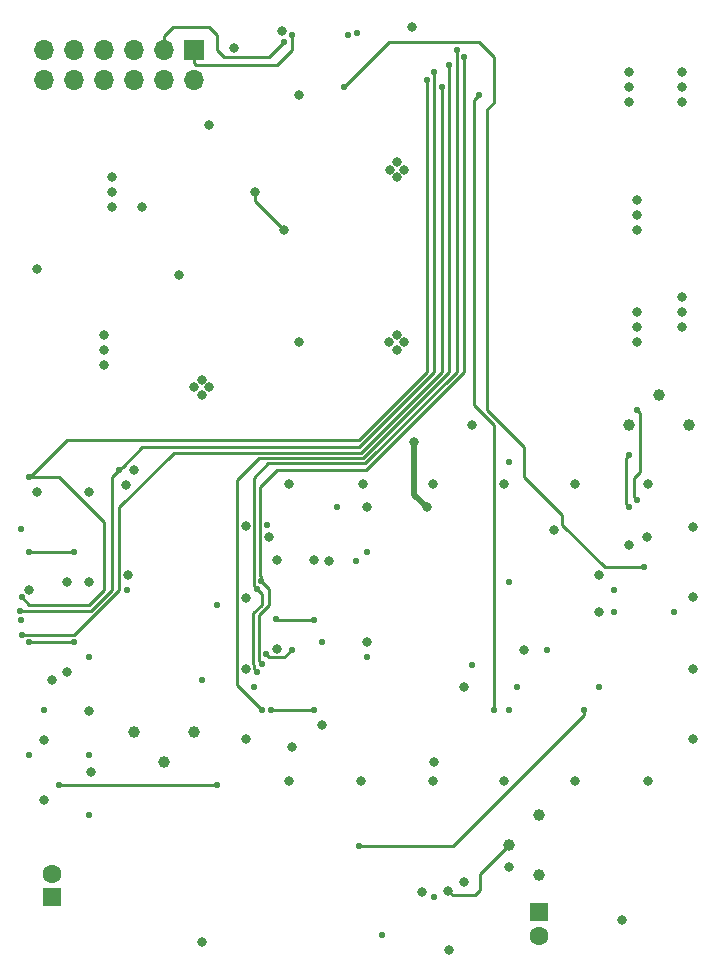
<source format=gbr>
%TF.GenerationSoftware,KiCad,Pcbnew,(5.1.5)-3*%
%TF.CreationDate,2020-10-12T14:57:23+02:00*%
%TF.ProjectId,PmodADC,506d6f64-4144-4432-9e6b-696361645f70,rev?*%
%TF.SameCoordinates,Original*%
%TF.FileFunction,Copper,L4,Bot*%
%TF.FilePolarity,Positive*%
%FSLAX46Y46*%
G04 Gerber Fmt 4.6, Leading zero omitted, Abs format (unit mm)*
G04 Created by KiCad (PCBNEW (5.1.5)-3) date 2020-10-12 14:57:23*
%MOMM*%
%LPD*%
G04 APERTURE LIST*
%TA.AperFunction,ComponentPad*%
%ADD10C,1.600000*%
%TD*%
%TA.AperFunction,ComponentPad*%
%ADD11R,1.600000X1.600000*%
%TD*%
%TA.AperFunction,ComponentPad*%
%ADD12O,1.700000X1.700000*%
%TD*%
%TA.AperFunction,ComponentPad*%
%ADD13R,1.700000X1.700000*%
%TD*%
%TA.AperFunction,ComponentPad*%
%ADD14C,1.000000*%
%TD*%
%TA.AperFunction,ViaPad*%
%ADD15C,0.800000*%
%TD*%
%TA.AperFunction,ViaPad*%
%ADD16C,0.550000*%
%TD*%
%TA.AperFunction,Conductor*%
%ADD17C,0.500000*%
%TD*%
%TA.AperFunction,Conductor*%
%ADD18C,0.250000*%
%TD*%
G04 APERTURE END LIST*
D10*
%TO.P,C37,2*%
%TO.N,Net-(C37-Pad2)*%
X-29210000Y55975000D03*
D11*
%TO.P,C37,1*%
%TO.N,Net-(C37-Pad1)*%
X-29210000Y53975000D03*
%TD*%
D10*
%TO.P,C27,2*%
%TO.N,Net-(C27-Pad2)*%
X12065000Y50705000D03*
D11*
%TO.P,C27,1*%
%TO.N,Net-(C27-Pad1)*%
X12065000Y52705000D03*
%TD*%
D12*
%TO.P,J3,12*%
%TO.N,GND*%
X-29845000Y123190000D03*
%TO.P,J3,11*%
X-29845000Y125730000D03*
%TO.P,J3,10*%
%TO.N,+3V3*%
X-27305000Y123190000D03*
%TO.P,J3,9*%
X-27305000Y125730000D03*
%TO.P,J3,8*%
%TO.N,/COMP_3V*%
X-24765000Y123190000D03*
%TO.P,J3,7*%
%TO.N,/S&H_3V*%
X-24765000Y125730000D03*
%TO.P,J3,6*%
%TO.N,/DAC_S_3V*%
X-22225000Y123190000D03*
%TO.P,J3,5*%
%TO.N,/ADC_S_3V*%
X-22225000Y125730000D03*
%TO.P,J3,4*%
%TO.N,/DAC_C_3V*%
X-19685000Y123190000D03*
%TO.P,J3,3*%
%TO.N,/ADC_C_3V*%
X-19685000Y125730000D03*
%TO.P,J3,2*%
%TO.N,/DAC_L_3V*%
X-17145000Y123190000D03*
D13*
%TO.P,J3,1*%
%TO.N,/ADC_L_3V*%
X-17145000Y125730000D03*
%TD*%
D14*
%TO.P,RV3,3*%
%TO.N,GND*%
X-17145000Y67945000D03*
%TO.P,RV3,1*%
%TO.N,Net-(C37-Pad2)*%
X-22225000Y67945000D03*
%TO.P,RV3,2*%
%TO.N,Net-(RV3-Pad2)*%
X-19685000Y65405000D03*
%TD*%
%TO.P,RV2,3*%
%TO.N,+9V*%
X19685000Y93980000D03*
%TO.P,RV2,1*%
%TO.N,Net-(R65-Pad2)*%
X24765000Y93980000D03*
%TO.P,RV2,2*%
%TO.N,Net-(RV2-Pad2)*%
X22225000Y96520000D03*
%TD*%
%TO.P,RV1,3*%
%TO.N,N/C*%
X12065000Y55880000D03*
%TO.P,RV1,1*%
%TO.N,Net-(R37-Pad2)*%
X12065000Y60960000D03*
%TO.P,RV1,2*%
%TO.N,Net-(R38-Pad1)*%
X9525000Y58420000D03*
%TD*%
D15*
%TO.N,GND*%
X-26035000Y88265000D03*
X-24130000Y112395000D03*
X-24130000Y113665000D03*
X-24130000Y114935000D03*
X0Y116205000D03*
X0Y114935000D03*
X0Y101600000D03*
X-635000Y100965000D03*
X635000Y100965000D03*
X0Y100330000D03*
X-24765000Y99060000D03*
X-24765000Y100330000D03*
X-24765000Y101600000D03*
X-15875000Y97155000D03*
X-16510000Y97790000D03*
X-17145000Y97155000D03*
X-16510000Y96520000D03*
X-8255000Y100965000D03*
X-18415000Y106680000D03*
X-15875000Y119380000D03*
X-16510000Y50165000D03*
X19050000Y52070000D03*
X4445000Y49530000D03*
X9525000Y56515000D03*
X-29845000Y62230000D03*
X-29845000Y67310000D03*
X-27940000Y73025000D03*
X-26035000Y80645000D03*
D16*
X-31811055Y77473642D03*
X-22860000Y80010000D03*
X-15240000Y78740000D03*
X-16510000Y72390000D03*
X-26035000Y74295000D03*
D15*
X13335000Y85090000D03*
X17145000Y81280000D03*
X17145000Y78105000D03*
X-6985000Y82550000D03*
X-6350000Y68580000D03*
X10795000Y74950019D03*
X2167810Y54417257D03*
X-25892175Y64627175D03*
X-26035000Y69759990D03*
D16*
X-6350000Y75565000D03*
X-2540000Y74295000D03*
X-12065000Y71800011D03*
X-5080000Y86995000D03*
X17145000Y71755000D03*
X9525000Y69850000D03*
D15*
X3175000Y65405000D03*
X6350000Y93980000D03*
X-22225000Y90170000D03*
X-21590000Y112395000D03*
D16*
X6350000Y73660000D03*
X-31806386Y85147159D03*
D15*
X19685000Y83820000D03*
X21135012Y84520447D03*
X-13774840Y125925160D03*
D16*
X-3429000Y82423000D03*
D15*
X24130000Y123825000D03*
X24130000Y122555000D03*
X24130000Y121285000D03*
X24130000Y104775000D03*
X24130000Y103505000D03*
X24130000Y102235000D03*
X-9100000Y89000000D03*
X-2900000Y89000000D03*
X3100000Y89000000D03*
X9100000Y89000000D03*
X15100000Y89000000D03*
X21300000Y89000000D03*
D16*
X-11024978Y85512213D03*
D15*
X-12800000Y85400000D03*
X-12800000Y79300000D03*
X-12800000Y73300000D03*
X-12800000Y67400000D03*
X-9100000Y63800000D03*
X-3000000Y63800000D03*
X3100000Y63800000D03*
X9100000Y63800000D03*
X15100000Y63800000D03*
X21300000Y63800000D03*
X25100000Y67400000D03*
X25100000Y73300000D03*
X25100000Y79400000D03*
X25100000Y85300000D03*
X-8255000Y121920000D03*
X1270000Y127635000D03*
X-9697851Y127336188D03*
X-544990Y115570000D03*
D16*
X-4116077Y126965010D03*
D15*
X635000Y115570000D03*
D16*
%TO.N,+3V3*%
X2540000Y86995000D03*
D15*
X5715000Y71755000D03*
X-30480000Y107190000D03*
X2540000Y86995000D03*
X1465160Y92514840D03*
%TO.N,+5V*%
X-27940000Y80645000D03*
X5715000Y55245000D03*
X-31115000Y80010000D03*
X-29210000Y72390000D03*
X-30480000Y88265000D03*
X19685000Y121285000D03*
X19685000Y122555000D03*
X19685000Y123825000D03*
X-10160000Y82550000D03*
X-5715000Y82444989D03*
X-8890000Y66675000D03*
D16*
X10160000Y71755000D03*
D15*
X-10160000Y75020010D03*
D16*
X-3391202Y127157555D03*
D15*
%TO.N,Net-(C11-Pad1)*%
X-9525000Y110490000D03*
X-11974990Y113665000D03*
%TO.N,+9V*%
X-10795000Y84455000D03*
X20320000Y113030000D03*
X20320000Y111760000D03*
X20320000Y111760000D03*
X20320000Y110490000D03*
D16*
X9525000Y80645000D03*
X3175000Y53975000D03*
X-31115000Y66040000D03*
X-29845000Y69850000D03*
X9525000Y90805000D03*
D15*
%TO.N,-9V*%
X20320000Y103505000D03*
X20320000Y102235000D03*
X20320000Y100965000D03*
D16*
X-26035000Y66040000D03*
X-26035000Y60960000D03*
X-1270000Y50800000D03*
X12700000Y74930000D03*
%TO.N,/S&H*%
X20955000Y81915000D03*
X-4445000Y122555000D03*
%TO.N,/DAC_S*%
X-31750000Y76200000D03*
X3810000Y122555000D03*
%TO.N,/ADC_S*%
X-11430000Y69850000D03*
X4445000Y124460000D03*
%TO.N,/DAC_C*%
X-31750000Y79375000D03*
X-31115000Y89535000D03*
X2540000Y123190000D03*
%TO.N,/ADC_C*%
X-11398972Y73702673D03*
X-11463472Y80736038D03*
X5715000Y125095000D03*
%TO.N,/DAC_L*%
X-31884976Y78220000D03*
X-23495000Y90170000D03*
X3175000Y123825000D03*
%TO.N,/ADC_L*%
X-11824990Y73085399D03*
X-11824990Y80078906D03*
X5080000Y125730000D03*
D15*
%TO.N,Net-(R38-Pad1)*%
X4348500Y54559183D03*
D16*
%TO.N,Net-(R65-Pad2)*%
X19685000Y86995000D03*
X19685000Y91440000D03*
%TO.N,Net-(RV2-Pad2)*%
X20320000Y87630000D03*
X20320000Y95250000D03*
%TO.N,Net-(U1-Pad9)*%
X-11065001Y74565001D03*
X-8891832Y74936341D03*
%TO.N,Net-(U1-Pad15)*%
X-6985000Y69850000D03*
X-10680791Y69815295D03*
%TO.N,Net-(U2-Pad15)*%
X-6985000Y77470000D03*
X-10214437Y77524437D03*
%TO.N,Net-(U12-Pad15)*%
X-31115000Y75565000D03*
X-27305000Y75565000D03*
%TO.N,Net-(U13-Pad15)*%
X-31115000Y83185000D03*
X-27305000Y83185000D03*
%TO.N,Net-(JP2-Pad3)*%
X15875000Y69850000D03*
X-3175000Y58360000D03*
%TO.N,Net-(JP2-Pad1)*%
X18415000Y78105000D03*
X23495000Y78105000D03*
X18415000Y80010000D03*
%TO.N,Net-(JP3-Pad2)*%
X-15240000Y63500000D03*
X-28575000Y63500000D03*
D15*
%TO.N,/Vref_5V*%
X-2540000Y75565000D03*
X-2540000Y86995000D03*
D16*
X-2540000Y83185000D03*
D15*
X-22950010Y88900000D03*
X-22769990Y81280000D03*
D16*
%TO.N,/COMP_3V*%
X8255000Y69850000D03*
X6985000Y121920000D03*
%TO.N,/ADC_C_3V*%
X-9536233Y126389189D03*
%TO.N,/ADC_L_3V*%
X-8890000Y127000000D03*
%TD*%
D17*
%TO.N,+3V3*%
X1465160Y91949155D02*
X1465160Y92514840D01*
X1465160Y88069840D02*
X1465160Y91949155D01*
X2540000Y86995000D02*
X1465160Y88069840D01*
D18*
%TO.N,Net-(C11-Pad1)*%
X-11974990Y112939990D02*
X-11974990Y113665000D01*
X-9525000Y110490000D02*
X-11974990Y112939990D01*
%TO.N,/S&H*%
X17583002Y81915000D02*
X13970000Y85528002D01*
X20955000Y81915000D02*
X17583002Y81915000D01*
X13970000Y85528002D02*
X13970000Y86360000D01*
X13970000Y86360000D02*
X10795000Y89535000D01*
X10795000Y89535000D02*
X10795000Y92075000D01*
X-4445000Y122555000D02*
X-635000Y126365000D01*
X-635000Y126365000D02*
X6985000Y126365000D01*
X8255000Y125095000D02*
X8255000Y121285000D01*
X6985000Y126365000D02*
X8255000Y125095000D01*
X8255000Y121285000D02*
X7620000Y120650000D01*
X7620000Y120650000D02*
X7620000Y95250000D01*
X10795000Y92075000D02*
X9525000Y93345000D01*
X7620000Y95250000D02*
X9525000Y93345000D01*
%TO.N,/DAC_S*%
X-27305000Y76200000D02*
X-31361092Y76200000D01*
X-31361092Y76200000D02*
X-31750000Y76200000D01*
X3810000Y98470102D02*
X-3035113Y91624989D01*
X-23495000Y80010000D02*
X-27305000Y76200000D01*
X3810000Y122555000D02*
X3810000Y98470102D01*
X-23495000Y86995000D02*
X-23495000Y80010000D01*
X-18865011Y91624989D02*
X-23495000Y86995000D01*
X-3035113Y91624989D02*
X-18865011Y91624989D01*
%TO.N,/ADC_S*%
X-13525001Y89344999D02*
X-11695022Y91174978D01*
X4445000Y98468691D02*
X4445000Y124071092D01*
X-13525001Y71945001D02*
X-13525001Y89344999D01*
X-11695022Y91174978D02*
X-2848713Y91174978D01*
X-11430000Y69850000D02*
X-13525001Y71945001D01*
X4445000Y124071092D02*
X4445000Y124460000D01*
X-2848713Y91174978D02*
X4445000Y98468691D01*
%TO.N,/DAC_C*%
X-31115000Y78740000D02*
X-26037820Y78740000D01*
X-31750000Y79375000D02*
X-31115000Y78740000D01*
X-26037820Y78740000D02*
X-24765000Y80012820D01*
X-24765000Y80012820D02*
X-24765000Y85725000D01*
X-31115000Y89535000D02*
X-28575000Y89535000D01*
X-25400000Y86360000D02*
X-24765000Y85725000D01*
X-28575000Y89535000D02*
X-25400000Y86360000D01*
X-27940000Y92710000D02*
X-30840001Y89809999D01*
X2540000Y98472924D02*
X-3222924Y92710000D01*
X-3222924Y92710000D02*
X-27940000Y92710000D01*
X2540000Y123190000D02*
X2540000Y98472924D01*
X-30840001Y89809999D02*
X-31115000Y89535000D01*
%TO.N,/ADC_C*%
X-11673971Y77861029D02*
X-10795000Y78740000D01*
X-10795000Y78740000D02*
X-10795000Y80067566D01*
X-11188473Y80461039D02*
X-11463472Y80736038D01*
X-10795000Y80067566D02*
X-11188473Y80461039D01*
X-11673971Y73977672D02*
X-11673971Y77861029D01*
X-11398972Y73702673D02*
X-11673971Y73977672D01*
X5715000Y125095000D02*
X5715000Y98465869D01*
X-2580869Y90170000D02*
X-10160000Y90170000D01*
X5715000Y98465869D02*
X-2580869Y90170000D01*
X-10160000Y90170000D02*
X-11624988Y88705012D01*
X-11624988Y81286462D02*
X-11463472Y81124946D01*
X-11624988Y88705012D02*
X-11624988Y81286462D01*
X-11463472Y81124946D02*
X-11463472Y80736038D01*
%TO.N,/DAC_L*%
X-31884976Y78220000D02*
X-25921410Y78220000D01*
X-25921410Y78220000D02*
X-24130000Y80011410D01*
X-24130000Y80011410D02*
X-24130000Y89535000D01*
X-24130000Y89535000D02*
X-23495000Y90170000D01*
X-3221513Y92075000D02*
X-21590000Y92075000D01*
X3175000Y98471513D02*
X-3221513Y92075000D01*
X-23220001Y90444999D02*
X-23495000Y90170000D01*
X3175000Y123825000D02*
X3175000Y98471513D01*
X-21590000Y92075000D02*
X-23220001Y90444999D01*
%TO.N,/ADC_L*%
X-11549991Y79803907D02*
X-11824990Y80078906D01*
X-12142694Y73715696D02*
X-12142694Y78028716D01*
X-11430000Y79683916D02*
X-11549991Y79803907D01*
X-11824990Y73085399D02*
X-12074999Y73335408D01*
X-11430000Y78741410D02*
X-11430000Y79683916D01*
X-12074999Y73648001D02*
X-12142694Y73715696D01*
X-12074999Y73335408D02*
X-12074999Y73648001D01*
X-12142694Y78028716D02*
X-11430000Y78741410D01*
X-2662313Y90724967D02*
X-10875033Y90724967D01*
X5080000Y125730000D02*
X5080000Y98467280D01*
X-10875033Y90724967D02*
X-12074999Y89525001D01*
X5080000Y98467280D02*
X-2662313Y90724967D01*
X-12074999Y89525001D02*
X-12074999Y80328915D01*
X-12074999Y80328915D02*
X-11824990Y80078906D01*
%TO.N,Net-(R38-Pad1)*%
X7075010Y55970010D02*
X9525000Y58420000D01*
X7075010Y54610000D02*
X7075010Y55970010D01*
X4348500Y54559183D02*
X4748499Y54159184D01*
X6624194Y54159184D02*
X7075010Y54610000D01*
X4748499Y54159184D02*
X6624194Y54159184D01*
%TO.N,Net-(R65-Pad2)*%
X19685000Y86995000D02*
X19410001Y87269999D01*
X19410001Y91165001D02*
X19685000Y91440000D01*
X19410001Y87269999D02*
X19410001Y91165001D01*
%TO.N,Net-(RV2-Pad2)*%
X20594999Y94975001D02*
X20320000Y95250000D01*
X20594999Y90004412D02*
X20594999Y94975001D01*
X20045001Y89454414D02*
X20594999Y90004412D01*
X20045001Y87904999D02*
X20045001Y89454414D01*
X20320000Y87630000D02*
X20045001Y87904999D01*
%TO.N,Net-(U1-Pad9)*%
X-10795000Y74295000D02*
X-10160000Y74295000D01*
X-11065001Y74565001D02*
X-10795000Y74295000D01*
X-9533173Y74295000D02*
X-8891832Y74936341D01*
X-10160000Y74295000D02*
X-9533173Y74295000D01*
%TO.N,Net-(U1-Pad15)*%
X-10646086Y69850000D02*
X-10680791Y69815295D01*
X-6985000Y69850000D02*
X-10646086Y69850000D01*
%TO.N,Net-(U2-Pad15)*%
X-6985000Y77470000D02*
X-10160000Y77470000D01*
X-10160000Y77470000D02*
X-10214437Y77524437D01*
%TO.N,Net-(U12-Pad15)*%
X-31115000Y75565000D02*
X-27305000Y75565000D01*
%TO.N,Net-(U13-Pad15)*%
X-31115000Y83185000D02*
X-27305000Y83185000D01*
%TO.N,Net-(JP2-Pad3)*%
X-2786092Y58360000D02*
X-3175000Y58360000D01*
X4773908Y58360000D02*
X-2786092Y58360000D01*
X15875000Y69461092D02*
X4773908Y58360000D01*
X15875000Y69850000D02*
X15875000Y69461092D01*
%TO.N,Net-(JP3-Pad2)*%
X-15240000Y63500000D02*
X-28575000Y63500000D01*
%TO.N,/COMP_3V*%
X6534989Y95698600D02*
X6534989Y121469989D01*
X6534989Y121469989D02*
X6710001Y121645001D01*
X8255000Y69850000D02*
X8255000Y93978590D01*
X8255000Y93978590D02*
X6534989Y95698600D01*
X6710001Y121645001D02*
X6985000Y121920000D01*
%TO.N,/ADC_C_3V*%
X-19685000Y125730000D02*
X-19685000Y126932081D01*
X-10795000Y125130422D02*
X-9536233Y126389189D01*
X-18982081Y127635000D02*
X-15875000Y127635000D01*
X-19685000Y126932081D02*
X-18982081Y127635000D01*
X-15875000Y127635000D02*
X-15240000Y127000000D01*
X-15240000Y127000000D02*
X-15240000Y125730000D01*
X-15240000Y125730000D02*
X-14605000Y125095000D01*
X-14605000Y125095000D02*
X-10795000Y125130422D01*
%TO.N,/ADC_L_3V*%
X-8890000Y127000000D02*
X-8890000Y125730000D01*
X-8890000Y125730000D02*
X-10160000Y124460000D01*
X-17145000Y124630000D02*
X-17145000Y125730000D01*
X-16975000Y124460000D02*
X-17145000Y124630000D01*
X-10160000Y124460000D02*
X-16975000Y124460000D01*
%TD*%
M02*

</source>
